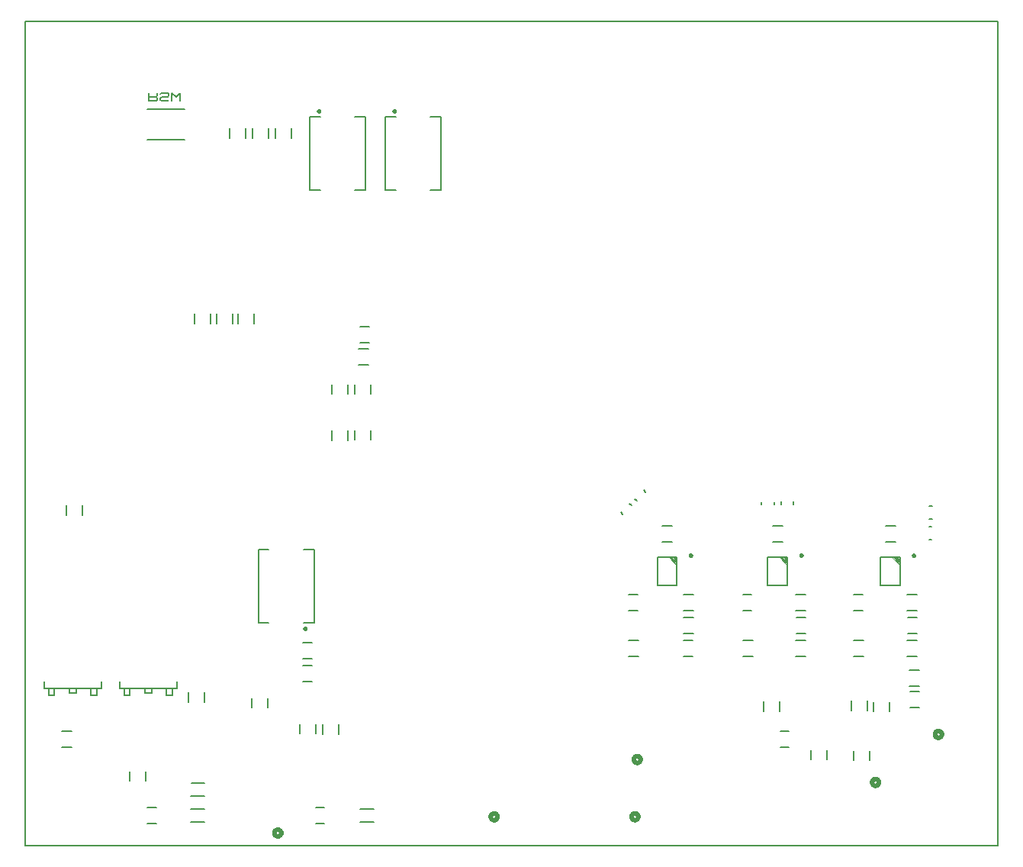
<source format=gbr>
G04 PROTEUS RS274X GERBER FILE*
%FSLAX45Y45*%
%MOMM*%
G01*
%ADD41C,0.203200*%
%ADD50C,0.200000*%
%ADD54C,0.250000*%
%ADD55C,0.100000*%
%ADD11C,0.508000*%
D41*
X-1079500Y-6413500D02*
X+9715500Y-6413500D01*
X+9715500Y+2730500D01*
X-1079500Y+2730500D01*
X-1079500Y-6413500D01*
D50*
X+2732300Y-1080600D02*
X+2622300Y-1080600D01*
X+2732300Y-900600D02*
X+2622300Y-900600D01*
X+2637100Y-659300D02*
X+2737100Y-659300D01*
X+2637100Y-839300D02*
X+2737100Y-839300D01*
X+2757000Y-1301500D02*
X+2757000Y-1401500D01*
X+2577000Y-1301500D02*
X+2577000Y-1401500D01*
D41*
X-235700Y-4597400D02*
X-235700Y-4673600D01*
X-870700Y-4673600D01*
X-870700Y-4597400D01*
X-515100Y-4673600D02*
X-515100Y-4724400D01*
X-591300Y-4724400D01*
X-591300Y-4673600D01*
X-286500Y-4673600D02*
X-286500Y-4749800D01*
X-350000Y-4749800D01*
X-350000Y-4673600D01*
X-819900Y-4673600D02*
X-819900Y-4749800D01*
X-756400Y-4749800D01*
X-756400Y-4673600D02*
X-756400Y-4749800D01*
X+602500Y-4597400D02*
X+602500Y-4673600D01*
X-32500Y-4673600D01*
X-32500Y-4597400D01*
X+323100Y-4673600D02*
X+323100Y-4724400D01*
X+246900Y-4724400D01*
X+246900Y-4673600D01*
X+551700Y-4673600D02*
X+551700Y-4749800D01*
X+488200Y-4749800D01*
X+488200Y-4673600D01*
X+18300Y-4673600D02*
X+18300Y-4749800D01*
X+81800Y-4749800D01*
X+81800Y-4673600D02*
X+81800Y-4749800D01*
D50*
X+1185080Y+1432438D02*
X+1185080Y+1542438D01*
X+1365080Y+1432438D02*
X+1365080Y+1542438D01*
X+1693080Y+1432438D02*
X+1693080Y+1542438D01*
X+1873080Y+1432438D02*
X+1873080Y+1542438D01*
X+1439080Y+1432438D02*
X+1439080Y+1542438D01*
X+1619080Y+1432438D02*
X+1619080Y+1542438D01*
X+1281600Y-624100D02*
X+1281600Y-514100D01*
X+1461600Y-624100D02*
X+1461600Y-514100D01*
X+799000Y-624100D02*
X+799000Y-514100D01*
X+979000Y-624100D02*
X+979000Y-514100D01*
X+1040300Y-624100D02*
X+1040300Y-514100D01*
X+1220300Y-624100D02*
X+1220300Y-514100D01*
X-564100Y-5322400D02*
X-674100Y-5322400D01*
X-564100Y-5142400D02*
X-674100Y-5142400D01*
X+728400Y-4819900D02*
X+728400Y-4709900D01*
X+908400Y-4819900D02*
X+908400Y-4709900D01*
X+2503000Y-1809500D02*
X+2503000Y-1919500D01*
X+2323000Y-1809500D02*
X+2323000Y-1919500D01*
X+2757000Y-1809500D02*
X+2757000Y-1909500D01*
X+2577000Y-1809500D02*
X+2577000Y-1909500D01*
X+2503000Y-1301500D02*
X+2503000Y-1401500D01*
X+2323000Y-1301500D02*
X+2323000Y-1401500D01*
D54*
X+6316500Y-3195902D02*
X+6316457Y-3194863D01*
X+6316105Y-3192784D01*
X+6315368Y-3190705D01*
X+6314164Y-3188626D01*
X+6312323Y-3186576D01*
X+6310244Y-3185073D01*
X+6308165Y-3184116D01*
X+6306086Y-3183577D01*
X+6304007Y-3183402D01*
X+6304000Y-3183402D01*
X+6291500Y-3195902D02*
X+6291543Y-3194863D01*
X+6291895Y-3192784D01*
X+6292632Y-3190705D01*
X+6293836Y-3188626D01*
X+6295677Y-3186576D01*
X+6297756Y-3185073D01*
X+6299835Y-3184116D01*
X+6301914Y-3183577D01*
X+6303993Y-3183402D01*
X+6304000Y-3183402D01*
X+6291500Y-3195902D02*
X+6291543Y-3196941D01*
X+6291895Y-3199020D01*
X+6292632Y-3201099D01*
X+6293836Y-3203178D01*
X+6295677Y-3205228D01*
X+6297756Y-3206731D01*
X+6299835Y-3207688D01*
X+6301914Y-3208227D01*
X+6303993Y-3208402D01*
X+6304000Y-3208402D01*
X+6316500Y-3195902D02*
X+6316457Y-3196941D01*
X+6316105Y-3199020D01*
X+6315368Y-3201099D01*
X+6314164Y-3203178D01*
X+6312323Y-3205228D01*
X+6310244Y-3206731D01*
X+6308165Y-3207688D01*
X+6306086Y-3208227D01*
X+6304007Y-3208402D01*
X+6304000Y-3208402D01*
D50*
X+6154000Y-3525902D02*
X+5934000Y-3525902D01*
X+5934000Y-3215902D01*
X+6154000Y-3215902D01*
X+6154000Y-3525902D01*
D55*
X+6154000Y-3225902D02*
X+6144000Y-3215902D01*
X+6154000Y-3235902D02*
X+6134000Y-3215902D01*
X+6154000Y-3245902D02*
X+6124000Y-3215902D01*
X+6154000Y-3255902D02*
X+6114000Y-3215902D01*
X+6154000Y-3265902D02*
X+6104000Y-3215902D01*
X+6154000Y-3275902D02*
X+6094000Y-3215902D01*
X+6154000Y-3285902D02*
X+6084000Y-3215902D01*
X+6154000Y-3295902D02*
X+6074000Y-3215902D01*
X+6154000Y-3305902D02*
X+6064000Y-3215902D01*
D54*
X+7543607Y-3195533D02*
X+7543564Y-3194494D01*
X+7543212Y-3192415D01*
X+7542475Y-3190336D01*
X+7541271Y-3188257D01*
X+7539430Y-3186207D01*
X+7537351Y-3184704D01*
X+7535272Y-3183747D01*
X+7533193Y-3183208D01*
X+7531114Y-3183033D01*
X+7531107Y-3183033D01*
X+7518607Y-3195533D02*
X+7518650Y-3194494D01*
X+7519002Y-3192415D01*
X+7519739Y-3190336D01*
X+7520943Y-3188257D01*
X+7522784Y-3186207D01*
X+7524863Y-3184704D01*
X+7526942Y-3183747D01*
X+7529021Y-3183208D01*
X+7531100Y-3183033D01*
X+7531107Y-3183033D01*
X+7518607Y-3195533D02*
X+7518650Y-3196572D01*
X+7519002Y-3198651D01*
X+7519739Y-3200730D01*
X+7520943Y-3202809D01*
X+7522784Y-3204859D01*
X+7524863Y-3206362D01*
X+7526942Y-3207319D01*
X+7529021Y-3207858D01*
X+7531100Y-3208033D01*
X+7531107Y-3208033D01*
X+7543607Y-3195533D02*
X+7543564Y-3196572D01*
X+7543212Y-3198651D01*
X+7542475Y-3200730D01*
X+7541271Y-3202809D01*
X+7539430Y-3204859D01*
X+7537351Y-3206362D01*
X+7535272Y-3207319D01*
X+7533193Y-3207858D01*
X+7531114Y-3208033D01*
X+7531107Y-3208033D01*
D50*
X+7381107Y-3525533D02*
X+7161107Y-3525533D01*
X+7161107Y-3215533D01*
X+7381107Y-3215533D01*
X+7381107Y-3525533D01*
D55*
X+7381107Y-3225533D02*
X+7371107Y-3215533D01*
X+7381107Y-3235533D02*
X+7361107Y-3215533D01*
X+7381107Y-3245533D02*
X+7351107Y-3215533D01*
X+7381107Y-3255533D02*
X+7341107Y-3215533D01*
X+7381107Y-3265533D02*
X+7331107Y-3215533D01*
X+7381107Y-3275533D02*
X+7321107Y-3215533D01*
X+7381107Y-3285533D02*
X+7311107Y-3215533D01*
X+7381107Y-3295533D02*
X+7301107Y-3215533D01*
X+7381107Y-3305533D02*
X+7291107Y-3215533D01*
D54*
X+8793369Y-3197033D02*
X+8793326Y-3195994D01*
X+8792974Y-3193915D01*
X+8792237Y-3191836D01*
X+8791033Y-3189757D01*
X+8789192Y-3187707D01*
X+8787113Y-3186204D01*
X+8785034Y-3185247D01*
X+8782955Y-3184708D01*
X+8780876Y-3184533D01*
X+8780869Y-3184533D01*
X+8768369Y-3197033D02*
X+8768412Y-3195994D01*
X+8768764Y-3193915D01*
X+8769501Y-3191836D01*
X+8770705Y-3189757D01*
X+8772546Y-3187707D01*
X+8774625Y-3186204D01*
X+8776704Y-3185247D01*
X+8778783Y-3184708D01*
X+8780862Y-3184533D01*
X+8780869Y-3184533D01*
X+8768369Y-3197033D02*
X+8768412Y-3198072D01*
X+8768764Y-3200151D01*
X+8769501Y-3202230D01*
X+8770705Y-3204309D01*
X+8772546Y-3206359D01*
X+8774625Y-3207862D01*
X+8776704Y-3208819D01*
X+8778783Y-3209358D01*
X+8780862Y-3209533D01*
X+8780869Y-3209533D01*
X+8793369Y-3197033D02*
X+8793326Y-3198072D01*
X+8792974Y-3200151D01*
X+8792237Y-3202230D01*
X+8791033Y-3204309D01*
X+8789192Y-3206359D01*
X+8787113Y-3207862D01*
X+8785034Y-3208819D01*
X+8782955Y-3209358D01*
X+8780876Y-3209533D01*
X+8780869Y-3209533D01*
D50*
X+8630869Y-3527033D02*
X+8410869Y-3527033D01*
X+8410869Y-3217033D01*
X+8630869Y-3217033D01*
X+8630869Y-3527033D01*
D55*
X+8630869Y-3227033D02*
X+8620869Y-3217033D01*
X+8630869Y-3237033D02*
X+8610869Y-3217033D01*
X+8630869Y-3247033D02*
X+8600869Y-3217033D01*
X+8630869Y-3257033D02*
X+8590869Y-3217033D01*
X+8630869Y-3267033D02*
X+8580869Y-3217033D01*
X+8630869Y-3277033D02*
X+8570869Y-3217033D01*
X+8630869Y-3287033D02*
X+8560869Y-3217033D01*
X+8630869Y-3297033D02*
X+8550869Y-3217033D01*
X+8630869Y-3307033D02*
X+8540869Y-3217033D01*
D50*
X+6100500Y-3047402D02*
X+5990500Y-3047402D01*
X+6100500Y-2867402D02*
X+5990500Y-2867402D01*
X+7327607Y-3047033D02*
X+7217607Y-3047033D01*
X+7327607Y-2867033D02*
X+7217607Y-2867033D01*
X+8577369Y-3048533D02*
X+8467369Y-3048533D01*
X+8577369Y-2868533D02*
X+8467369Y-2868533D01*
X+6337000Y-3809402D02*
X+6227000Y-3809402D01*
X+6337000Y-3629402D02*
X+6227000Y-3629402D01*
X+7581607Y-3809033D02*
X+7471607Y-3809033D01*
X+7581607Y-3629033D02*
X+7471607Y-3629033D01*
X+8813869Y-3809033D02*
X+8703869Y-3809033D01*
X+8813869Y-3629033D02*
X+8703869Y-3629033D01*
X+6337000Y-4063402D02*
X+6227000Y-4063402D01*
X+6337000Y-3883402D02*
X+6227000Y-3883402D01*
X+5729500Y-4317402D02*
X+5619500Y-4317402D01*
X+5729500Y-4137402D02*
X+5619500Y-4137402D01*
X+5619500Y-3629402D02*
X+5719500Y-3629402D01*
X+5619500Y-3809402D02*
X+5719500Y-3809402D01*
X+6327000Y-4317402D02*
X+6227000Y-4317402D01*
X+6327000Y-4137402D02*
X+6227000Y-4137402D01*
X+6882607Y-3629033D02*
X+6982607Y-3629033D01*
X+6882607Y-3809033D02*
X+6982607Y-3809033D01*
X+7581607Y-4063033D02*
X+7481607Y-4063033D01*
X+7581607Y-3883033D02*
X+7481607Y-3883033D01*
X+8114869Y-3629033D02*
X+8214869Y-3629033D01*
X+8114869Y-3809033D02*
X+8214869Y-3809033D01*
X+8813869Y-4063033D02*
X+8713869Y-4063033D01*
X+8813869Y-3883033D02*
X+8713869Y-3883033D01*
X+6992607Y-4317033D02*
X+6882607Y-4317033D01*
X+6992607Y-4137033D02*
X+6882607Y-4137033D01*
X+7581607Y-4317033D02*
X+7471607Y-4317033D01*
X+7581607Y-4137033D02*
X+7471607Y-4137033D01*
X+8224869Y-4317033D02*
X+8114869Y-4317033D01*
X+8224869Y-4137033D02*
X+8114869Y-4137033D01*
X+8813869Y-4317033D02*
X+8703869Y-4317033D01*
X+8813869Y-4137033D02*
X+8703869Y-4137033D01*
X+7290900Y-4811500D02*
X+7290900Y-4921500D01*
X+7110900Y-4811500D02*
X+7110900Y-4921500D01*
X+8268800Y-4810376D02*
X+8268800Y-4920376D01*
X+8088800Y-4810376D02*
X+8088800Y-4920376D01*
X+2401400Y-5073400D02*
X+2401400Y-5183400D01*
X+2221400Y-5073400D02*
X+2221400Y-5183400D01*
X-623400Y-2749800D02*
X-623400Y-2639800D01*
X-443400Y-2749800D02*
X-443400Y-2639800D01*
D41*
X+756920Y-6156960D02*
X+909320Y-6156960D01*
X+759460Y-6009640D02*
X+909320Y-6009640D01*
D11*
X+9093200Y-5181500D02*
X+9093069Y-5178342D01*
X+9092003Y-5172024D01*
X+9089772Y-5165706D01*
X+9086127Y-5159388D01*
X+9080552Y-5153149D01*
X+9074234Y-5148553D01*
X+9067916Y-5145620D01*
X+9061598Y-5143958D01*
X+9055280Y-5143400D01*
X+9055100Y-5143400D01*
X+9017000Y-5181500D02*
X+9017131Y-5178342D01*
X+9018197Y-5172024D01*
X+9020428Y-5165706D01*
X+9024073Y-5159388D01*
X+9029648Y-5153149D01*
X+9035966Y-5148553D01*
X+9042284Y-5145620D01*
X+9048602Y-5143958D01*
X+9054920Y-5143400D01*
X+9055100Y-5143400D01*
X+9017000Y-5181500D02*
X+9017131Y-5184658D01*
X+9018197Y-5190976D01*
X+9020428Y-5197294D01*
X+9024073Y-5203612D01*
X+9029648Y-5209851D01*
X+9035966Y-5214447D01*
X+9042284Y-5217380D01*
X+9048602Y-5219042D01*
X+9054920Y-5219600D01*
X+9055100Y-5219600D01*
X+9093200Y-5181500D02*
X+9093069Y-5184658D01*
X+9092003Y-5190976D01*
X+9089772Y-5197294D01*
X+9086127Y-5203612D01*
X+9080552Y-5209851D01*
X+9074234Y-5214447D01*
X+9067916Y-5217380D01*
X+9061598Y-5219042D01*
X+9055280Y-5219600D01*
X+9055100Y-5219600D01*
D50*
X+8294200Y-5367600D02*
X+8294200Y-5467600D01*
X+8114200Y-5367600D02*
X+8114200Y-5467600D01*
X+7298000Y-5142400D02*
X+7398000Y-5142400D01*
X+7298000Y-5322400D02*
X+7398000Y-5322400D01*
X+7821100Y-5354900D02*
X+7821100Y-5454900D01*
X+7641100Y-5354900D02*
X+7641100Y-5454900D01*
X+8738416Y-4703216D02*
X+8838416Y-4703216D01*
X+8738416Y-4883216D02*
X+8838416Y-4883216D01*
X+372800Y-6173300D02*
X+272800Y-6173300D01*
X+372800Y-5993300D02*
X+272800Y-5993300D01*
X+2000000Y-4418500D02*
X+2100000Y-4418500D01*
X+2000000Y-4598500D02*
X+2100000Y-4598500D01*
X+2000000Y-4164500D02*
X+2100000Y-4164500D01*
X+2000000Y-4344500D02*
X+2100000Y-4344500D01*
X+1967400Y-5173400D02*
X+1967400Y-5073400D01*
X+2147400Y-5173400D02*
X+2147400Y-5073400D01*
X+1614000Y-4781300D02*
X+1614000Y-4881300D01*
X+1434000Y-4781300D02*
X+1434000Y-4881300D01*
D11*
X+8394600Y-5715000D02*
X+8394469Y-5711842D01*
X+8393403Y-5705524D01*
X+8391172Y-5699206D01*
X+8387527Y-5692888D01*
X+8381952Y-5686649D01*
X+8375634Y-5682053D01*
X+8369316Y-5679120D01*
X+8362998Y-5677458D01*
X+8356680Y-5676900D01*
X+8356500Y-5676900D01*
X+8318400Y-5715000D02*
X+8318531Y-5711842D01*
X+8319597Y-5705524D01*
X+8321828Y-5699206D01*
X+8325473Y-5692888D01*
X+8331048Y-5686649D01*
X+8337366Y-5682053D01*
X+8343684Y-5679120D01*
X+8350002Y-5677458D01*
X+8356320Y-5676900D01*
X+8356500Y-5676900D01*
X+8318400Y-5715000D02*
X+8318531Y-5718158D01*
X+8319597Y-5724476D01*
X+8321828Y-5730794D01*
X+8325473Y-5737112D01*
X+8331048Y-5743351D01*
X+8337366Y-5747947D01*
X+8343684Y-5750880D01*
X+8350002Y-5752542D01*
X+8356320Y-5753100D01*
X+8356500Y-5753100D01*
X+8394600Y-5715000D02*
X+8394469Y-5718158D01*
X+8393403Y-5724476D01*
X+8391172Y-5730794D01*
X+8387527Y-5737112D01*
X+8381952Y-5743351D01*
X+8375634Y-5747947D01*
X+8369316Y-5750880D01*
X+8362998Y-5752542D01*
X+8356680Y-5753100D01*
X+8356500Y-5753100D01*
X+4162600Y-6096000D02*
X+4162469Y-6092842D01*
X+4161403Y-6086524D01*
X+4159172Y-6080206D01*
X+4155527Y-6073888D01*
X+4149952Y-6067649D01*
X+4143634Y-6063053D01*
X+4137316Y-6060120D01*
X+4130998Y-6058458D01*
X+4124680Y-6057900D01*
X+4124500Y-6057900D01*
X+4086400Y-6096000D02*
X+4086531Y-6092842D01*
X+4087597Y-6086524D01*
X+4089828Y-6080206D01*
X+4093473Y-6073888D01*
X+4099048Y-6067649D01*
X+4105366Y-6063053D01*
X+4111684Y-6060120D01*
X+4118002Y-6058458D01*
X+4124320Y-6057900D01*
X+4124500Y-6057900D01*
X+4086400Y-6096000D02*
X+4086531Y-6099158D01*
X+4087597Y-6105476D01*
X+4089828Y-6111794D01*
X+4093473Y-6118112D01*
X+4099048Y-6124351D01*
X+4105366Y-6128947D01*
X+4111684Y-6131880D01*
X+4118002Y-6133542D01*
X+4124320Y-6134100D01*
X+4124500Y-6134100D01*
X+4162600Y-6096000D02*
X+4162469Y-6099158D01*
X+4161403Y-6105476D01*
X+4159172Y-6111794D01*
X+4155527Y-6118112D01*
X+4149952Y-6124351D01*
X+4143634Y-6128947D01*
X+4137316Y-6131880D01*
X+4130998Y-6133542D01*
X+4124680Y-6134100D01*
X+4124500Y-6134100D01*
X+5724600Y-6096000D02*
X+5724469Y-6092842D01*
X+5723403Y-6086524D01*
X+5721172Y-6080206D01*
X+5717527Y-6073888D01*
X+5711952Y-6067649D01*
X+5705634Y-6063053D01*
X+5699316Y-6060120D01*
X+5692998Y-6058458D01*
X+5686680Y-6057900D01*
X+5686500Y-6057900D01*
X+5648400Y-6096000D02*
X+5648531Y-6092842D01*
X+5649597Y-6086524D01*
X+5651828Y-6080206D01*
X+5655473Y-6073888D01*
X+5661048Y-6067649D01*
X+5667366Y-6063053D01*
X+5673684Y-6060120D01*
X+5680002Y-6058458D01*
X+5686320Y-6057900D01*
X+5686500Y-6057900D01*
X+5648400Y-6096000D02*
X+5648531Y-6099158D01*
X+5649597Y-6105476D01*
X+5651828Y-6111794D01*
X+5655473Y-6118112D01*
X+5661048Y-6124351D01*
X+5667366Y-6128947D01*
X+5673684Y-6131880D01*
X+5680002Y-6133542D01*
X+5686320Y-6134100D01*
X+5686500Y-6134100D01*
X+5724600Y-6096000D02*
X+5724469Y-6099158D01*
X+5723403Y-6105476D01*
X+5721172Y-6111794D01*
X+5717527Y-6118112D01*
X+5711952Y-6124351D01*
X+5705634Y-6128947D01*
X+5699316Y-6131880D01*
X+5692998Y-6133542D01*
X+5686680Y-6134100D01*
X+5686500Y-6134100D01*
X+5750100Y-5461000D02*
X+5749969Y-5457842D01*
X+5748903Y-5451524D01*
X+5746672Y-5445206D01*
X+5743027Y-5438888D01*
X+5737452Y-5432649D01*
X+5731134Y-5428053D01*
X+5724816Y-5425120D01*
X+5718498Y-5423458D01*
X+5712180Y-5422900D01*
X+5712000Y-5422900D01*
X+5673900Y-5461000D02*
X+5674031Y-5457842D01*
X+5675097Y-5451524D01*
X+5677328Y-5445206D01*
X+5680973Y-5438888D01*
X+5686548Y-5432649D01*
X+5692866Y-5428053D01*
X+5699184Y-5425120D01*
X+5705502Y-5423458D01*
X+5711820Y-5422900D01*
X+5712000Y-5422900D01*
X+5673900Y-5461000D02*
X+5674031Y-5464158D01*
X+5675097Y-5470476D01*
X+5677328Y-5476794D01*
X+5680973Y-5483112D01*
X+5686548Y-5489351D01*
X+5692866Y-5493947D01*
X+5699184Y-5496880D01*
X+5705502Y-5498542D01*
X+5711820Y-5499100D01*
X+5712000Y-5499100D01*
X+5750100Y-5461000D02*
X+5749969Y-5464158D01*
X+5748903Y-5470476D01*
X+5746672Y-5476794D01*
X+5743027Y-5483112D01*
X+5737452Y-5489351D01*
X+5731134Y-5493947D01*
X+5724816Y-5496880D01*
X+5718498Y-5498542D01*
X+5712180Y-5499100D01*
X+5712000Y-5499100D01*
X+1761085Y-6276892D02*
X+1760954Y-6273734D01*
X+1759888Y-6267416D01*
X+1757657Y-6261098D01*
X+1754012Y-6254780D01*
X+1748437Y-6248541D01*
X+1742119Y-6243945D01*
X+1735801Y-6241012D01*
X+1729483Y-6239350D01*
X+1723165Y-6238792D01*
X+1722985Y-6238792D01*
X+1684885Y-6276892D02*
X+1685016Y-6273734D01*
X+1686082Y-6267416D01*
X+1688313Y-6261098D01*
X+1691958Y-6254780D01*
X+1697533Y-6248541D01*
X+1703851Y-6243945D01*
X+1710169Y-6241012D01*
X+1716487Y-6239350D01*
X+1722805Y-6238792D01*
X+1722985Y-6238792D01*
X+1684885Y-6276892D02*
X+1685016Y-6280050D01*
X+1686082Y-6286368D01*
X+1688313Y-6292686D01*
X+1691958Y-6299004D01*
X+1697533Y-6305243D01*
X+1703851Y-6309839D01*
X+1710169Y-6312772D01*
X+1716487Y-6314434D01*
X+1722805Y-6314992D01*
X+1722985Y-6314992D01*
X+1761085Y-6276892D02*
X+1760954Y-6280050D01*
X+1759888Y-6286368D01*
X+1757657Y-6292686D01*
X+1754012Y-6299004D01*
X+1748437Y-6305243D01*
X+1742119Y-6309839D01*
X+1735801Y-6312772D01*
X+1729483Y-6314434D01*
X+1723165Y-6314992D01*
X+1722985Y-6314992D01*
D54*
X+2038600Y-4007700D02*
X+2038557Y-4006661D01*
X+2038205Y-4004582D01*
X+2037468Y-4002503D01*
X+2036264Y-4000424D01*
X+2034423Y-3998374D01*
X+2032344Y-3996871D01*
X+2030265Y-3995914D01*
X+2028186Y-3995375D01*
X+2026107Y-3995200D01*
X+2026100Y-3995200D01*
X+2013600Y-4007700D02*
X+2013643Y-4006661D01*
X+2013995Y-4004582D01*
X+2014732Y-4002503D01*
X+2015936Y-4000424D01*
X+2017777Y-3998374D01*
X+2019856Y-3996871D01*
X+2021935Y-3995914D01*
X+2024014Y-3995375D01*
X+2026093Y-3995200D01*
X+2026100Y-3995200D01*
X+2013600Y-4007700D02*
X+2013643Y-4008739D01*
X+2013995Y-4010818D01*
X+2014732Y-4012897D01*
X+2015936Y-4014976D01*
X+2017777Y-4017026D01*
X+2019856Y-4018529D01*
X+2021935Y-4019486D01*
X+2024014Y-4020025D01*
X+2026093Y-4020200D01*
X+2026100Y-4020200D01*
X+2038600Y-4007700D02*
X+2038557Y-4008739D01*
X+2038205Y-4010818D01*
X+2037468Y-4012897D01*
X+2036264Y-4014976D01*
X+2034423Y-4017026D01*
X+2032344Y-4018529D01*
X+2030265Y-4019486D01*
X+2028186Y-4020025D01*
X+2026107Y-4020200D01*
X+2026100Y-4020200D01*
D50*
X+2008600Y-3942700D02*
X+2126100Y-3942700D01*
X+2126100Y-3132700D01*
X+2008600Y-3132700D01*
X+1623600Y-3942700D02*
X+1506100Y-3942700D01*
X+1506100Y-3132700D01*
X+1623600Y-3132700D01*
X+5550709Y-2739804D02*
X+5529496Y-2718591D01*
X+5649704Y-2640809D02*
X+5628491Y-2619596D01*
X+5706998Y-2592893D02*
X+5685785Y-2571680D01*
X+5805993Y-2493898D02*
X+5784780Y-2472685D01*
X+7092800Y-2632800D02*
X+7092800Y-2602800D01*
X+7232800Y-2632800D02*
X+7232800Y-2602800D01*
X+7308700Y-2629600D02*
X+7308700Y-2599600D01*
X+7448700Y-2629600D02*
X+7448700Y-2599600D01*
X+8952800Y-2647800D02*
X+8982800Y-2647800D01*
X+8952800Y-2787800D02*
X+8982800Y-2787800D01*
X+8949600Y-2876400D02*
X+8979600Y-2876400D01*
X+8949600Y-3016400D02*
X+8979600Y-3016400D01*
D41*
X+2636520Y-6156960D02*
X+2788920Y-6156960D01*
X+2639060Y-6009640D02*
X+2788920Y-6009640D01*
D50*
X+2241800Y-6173300D02*
X+2141800Y-6173300D01*
X+2241800Y-5993300D02*
X+2141800Y-5993300D01*
D41*
X+759460Y-5864860D02*
X+911860Y-5864860D01*
X+762000Y-5717540D02*
X+911860Y-5717540D01*
D50*
X+75100Y-5696200D02*
X+75100Y-5596200D01*
X+255100Y-5696200D02*
X+255100Y-5596200D01*
X+277800Y+1757500D02*
X+687800Y+1757500D01*
X+277800Y+1417500D02*
X+687800Y+1417500D01*
D41*
X+292300Y+1935820D02*
X+292300Y+1844380D01*
X+371675Y+1844380D01*
X+387550Y+1859620D01*
X+387550Y+1874860D01*
X+371675Y+1890100D01*
X+292300Y+1890100D01*
X+371675Y+1890100D02*
X+387550Y+1905340D01*
X+387550Y+1935820D01*
X+419300Y+1920580D02*
X+435175Y+1935820D01*
X+498675Y+1935820D01*
X+514550Y+1920580D01*
X+514550Y+1905340D01*
X+498675Y+1890100D01*
X+435175Y+1890100D01*
X+419300Y+1874860D01*
X+419300Y+1859620D01*
X+435175Y+1844380D01*
X+498675Y+1844380D01*
X+514550Y+1859620D01*
X+546300Y+1844380D02*
X+546300Y+1935820D01*
X+593925Y+1890100D01*
X+641550Y+1935820D01*
X+641550Y+1844380D01*
D50*
X+8845800Y-4649300D02*
X+8735800Y-4649300D01*
X+8845800Y-4469300D02*
X+8735800Y-4469300D01*
X+8510100Y-4821500D02*
X+8510100Y-4921500D01*
X+8330100Y-4821500D02*
X+8330100Y-4921500D01*
D54*
X+3028300Y+1734400D02*
X+3028257Y+1735439D01*
X+3027905Y+1737518D01*
X+3027168Y+1739597D01*
X+3025964Y+1741676D01*
X+3024123Y+1743726D01*
X+3022044Y+1745229D01*
X+3019965Y+1746186D01*
X+3017886Y+1746725D01*
X+3015807Y+1746900D01*
X+3015800Y+1746900D01*
X+3003300Y+1734400D02*
X+3003343Y+1735439D01*
X+3003695Y+1737518D01*
X+3004432Y+1739597D01*
X+3005636Y+1741676D01*
X+3007477Y+1743726D01*
X+3009556Y+1745229D01*
X+3011635Y+1746186D01*
X+3013714Y+1746725D01*
X+3015793Y+1746900D01*
X+3015800Y+1746900D01*
X+3003300Y+1734400D02*
X+3003343Y+1733361D01*
X+3003695Y+1731282D01*
X+3004432Y+1729203D01*
X+3005636Y+1727124D01*
X+3007477Y+1725074D01*
X+3009556Y+1723571D01*
X+3011635Y+1722614D01*
X+3013714Y+1722075D01*
X+3015793Y+1721900D01*
X+3015800Y+1721900D01*
X+3028300Y+1734400D02*
X+3028257Y+1733361D01*
X+3027905Y+1731282D01*
X+3027168Y+1729203D01*
X+3025964Y+1727124D01*
X+3024123Y+1725074D01*
X+3022044Y+1723571D01*
X+3019965Y+1722614D01*
X+3017886Y+1722075D01*
X+3015807Y+1721900D01*
X+3015800Y+1721900D01*
D50*
X+3033300Y+1669400D02*
X+2915800Y+1669400D01*
X+2915800Y+859400D01*
X+3033300Y+859400D01*
X+3418300Y+1669400D02*
X+3535800Y+1669400D01*
X+3535800Y+859400D01*
X+3418300Y+859400D01*
D54*
X+2190100Y+1732900D02*
X+2190057Y+1733939D01*
X+2189705Y+1736018D01*
X+2188968Y+1738097D01*
X+2187764Y+1740176D01*
X+2185923Y+1742226D01*
X+2183844Y+1743729D01*
X+2181765Y+1744686D01*
X+2179686Y+1745225D01*
X+2177607Y+1745400D01*
X+2177600Y+1745400D01*
X+2165100Y+1732900D02*
X+2165143Y+1733939D01*
X+2165495Y+1736018D01*
X+2166232Y+1738097D01*
X+2167436Y+1740176D01*
X+2169277Y+1742226D01*
X+2171356Y+1743729D01*
X+2173435Y+1744686D01*
X+2175514Y+1745225D01*
X+2177593Y+1745400D01*
X+2177600Y+1745400D01*
X+2165100Y+1732900D02*
X+2165143Y+1731861D01*
X+2165495Y+1729782D01*
X+2166232Y+1727703D01*
X+2167436Y+1725624D01*
X+2169277Y+1723574D01*
X+2171356Y+1722071D01*
X+2173435Y+1721114D01*
X+2175514Y+1720575D01*
X+2177593Y+1720400D01*
X+2177600Y+1720400D01*
X+2190100Y+1732900D02*
X+2190057Y+1731861D01*
X+2189705Y+1729782D01*
X+2188968Y+1727703D01*
X+2187764Y+1725624D01*
X+2185923Y+1723574D01*
X+2183844Y+1722071D01*
X+2181765Y+1721114D01*
X+2179686Y+1720575D01*
X+2177607Y+1720400D01*
X+2177600Y+1720400D01*
D50*
X+2195100Y+1667900D02*
X+2077600Y+1667900D01*
X+2077600Y+857900D01*
X+2195100Y+857900D01*
X+2580100Y+1667900D02*
X+2697600Y+1667900D01*
X+2697600Y+857900D01*
X+2580100Y+857900D01*
M02*

</source>
